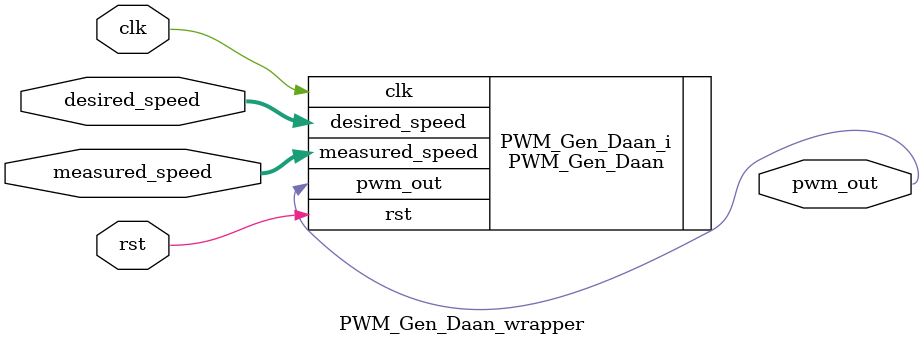
<source format=v>
`timescale 1 ps / 1 ps

module PWM_Gen_Daan_wrapper
   (clk,
    desired_speed,
    measured_speed,
    pwm_out,
    rst);
  input clk;
  input [13:0]desired_speed;
  input [13:0]measured_speed;
  output pwm_out;
  input rst;

  wire clk;
  wire [13:0]desired_speed;
  wire [13:0]measured_speed;
  wire pwm_out;
  wire rst;

  PWM_Gen_Daan PWM_Gen_Daan_i
       (.clk(clk),
        .desired_speed(desired_speed),
        .measured_speed(measured_speed),
        .pwm_out(pwm_out),
        .rst(rst));
endmodule

</source>
